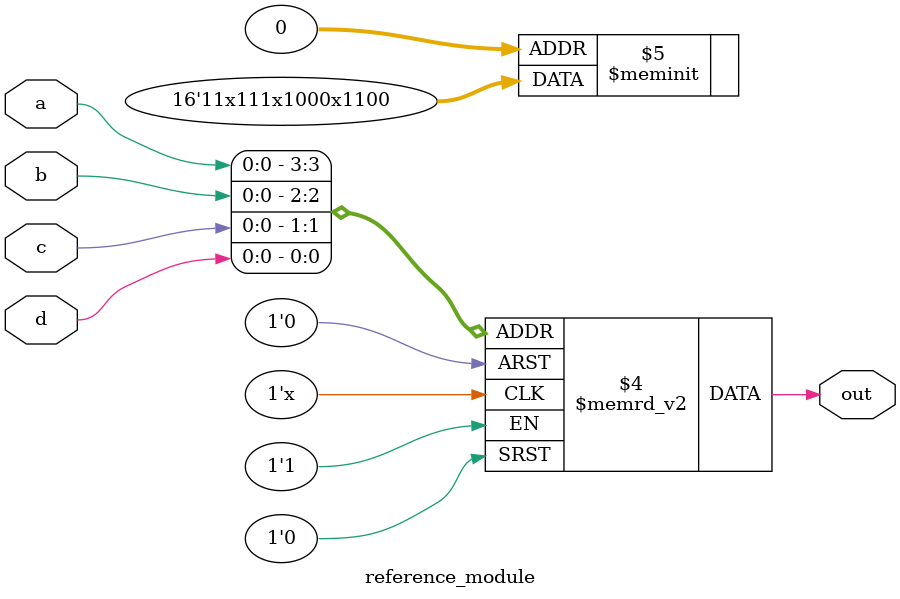
<source format=sv>
module reference_module (
	input a, 
	input b,
	input c,
	input d,
	output reg out
);
	
    always @(*) begin
        case({a,b,c,d})
            4'h0: out = 0;
            4'h1: out = 0;
            4'h3: out = 1;
            4'h2: out = 1;
            4'h4: out = 1'bx;
            4'h5: out = 0;
            4'h7: out = 0;
            4'h6: out = 0;
            4'hc: out = 1;
            4'hd: out = 1'bx;
            4'hf: out = 1;
            4'he: out = 1;
            4'h8: out = 1;
            4'h9: out = 1'bx;
            4'hb: out = 1;
            4'ha: out = 1;
        endcase
    end
endmodule

</source>
